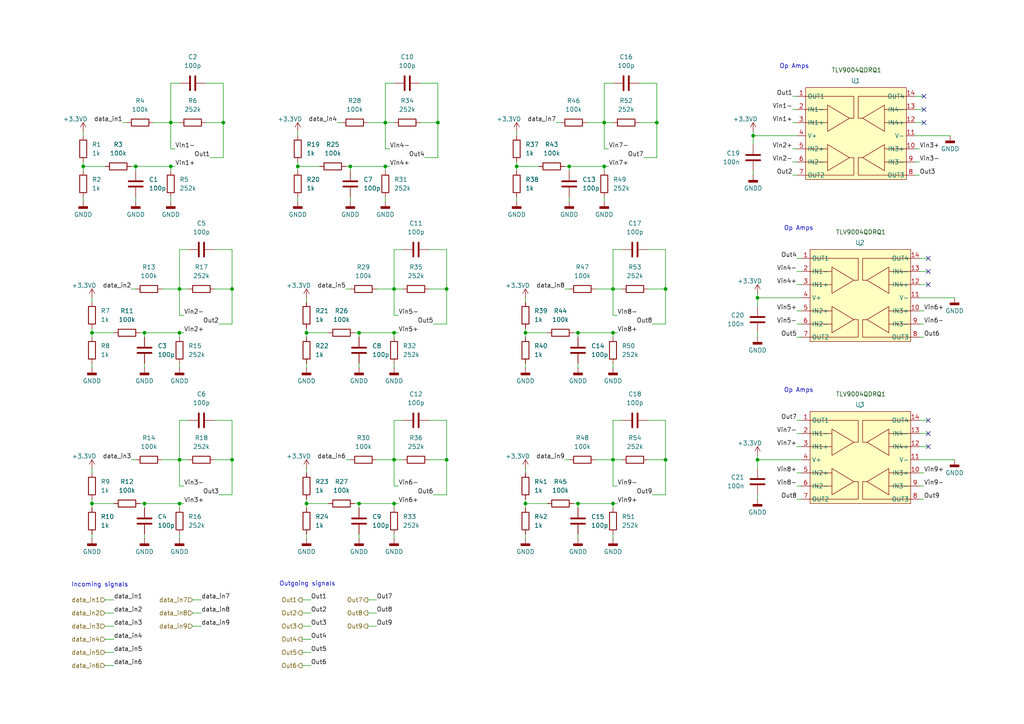
<source format=kicad_sch>
(kicad_sch (version 20231120) (generator "eeschema") (generator_version "8.0")
  (paper "A4")
  (junction (at 67.31 133.35))
  (junction (at 26.67 146.05))
  (junction (at 177.8 146.05))
  (junction (at 24.13 48.26))
  (junction (at 41.91 146.05))
  (junction (at 67.31 83.82))
  (junction (at 152.4 96.52))
  (junction (at 49.53 35.56))
  (junction (at 101.6 48.26))
  (junction (at 190.5 35.56))
  (junction (at 64.77 35.56))
  (junction (at 127 35.56))
  (junction (at 219.71 133.35))
  (junction (at 88.9 96.52))
  (junction (at 49.53 48.26))
  (junction (at 175.26 48.26))
  (junction (at 218.44 39.37))
  (junction (at 177.8 96.52))
  (junction (at 193.04 133.35))
  (junction (at 114.3 83.82))
  (junction (at 111.76 35.56))
  (junction (at 219.71 86.36))
  (junction (at 26.67 96.52))
  (junction (at 114.3 133.35))
  (junction (at 149.86 48.26))
  (junction (at 86.36 48.26))
  (junction (at 167.64 146.05))
  (junction (at 129.54 133.35))
  (junction (at 152.4 146.05))
  (junction (at 177.8 133.35))
  (junction (at 193.04 83.82))
  (junction (at 104.14 96.52))
  (junction (at 39.37 48.26))
  (junction (at 52.07 146.05))
  (junction (at 104.14 146.05))
  (junction (at 114.3 96.52))
  (junction (at 52.07 83.82))
  (junction (at 88.9 146.05))
  (junction (at 165.1 48.26))
  (junction (at 52.07 96.52))
  (junction (at 114.3 146.05))
  (junction (at 175.26 35.56))
  (junction (at 111.76 48.26))
  (junction (at 41.91 96.52))
  (junction (at 177.8 83.82))
  (junction (at 167.64 96.52))
  (junction (at 129.54 83.82))
  (junction (at 52.07 133.35))
  (no_connect (at 269.24 74.93))
  (no_connect (at 269.24 121.92))
  (no_connect (at 267.97 31.75))
  (no_connect (at 267.97 35.56))
  (no_connect (at 267.97 27.94))
  (no_connect (at 269.24 129.54))
  (no_connect (at 269.24 78.74))
  (no_connect (at 269.24 125.73))
  (no_connect (at 269.24 82.55))
  (wire (pts (xy 26.67 146.05) (xy 33.02 146.05)))
  (wire (pts (xy 100.33 83.82) (xy 101.6 83.82)))
  (wire (pts (xy 231.14 144.78) (xy 232.41 144.78)))
  (wire (pts (xy 52.07 91.44) (xy 53.34 91.44)))
  (wire (pts (xy 177.8 83.82) (xy 180.34 83.82)))
  (wire (pts (xy 152.4 95.25) (xy 152.4 96.52)))
  (wire (pts (xy 24.13 57.15) (xy 24.13 58.42)))
  (wire (pts (xy 88.9 146.05) (xy 95.25 146.05)))
  (wire (pts (xy 163.83 48.26) (xy 165.1 48.26)))
  (wire (pts (xy 87.63 193.04) (xy 90.17 193.04)))
  (wire (pts (xy 49.53 48.26) (xy 50.8 48.26)))
  (wire (pts (xy 167.64 154.94) (xy 167.64 156.21)))
  (wire (pts (xy 52.07 83.82) (xy 52.07 91.44)))
  (wire (pts (xy 86.36 57.15) (xy 86.36 58.42)))
  (wire (pts (xy 231.14 129.54) (xy 232.41 129.54)))
  (wire (pts (xy 265.43 50.8) (xy 266.7 50.8)))
  (wire (pts (xy 266.7 90.17) (xy 267.97 90.17)))
  (wire (pts (xy 193.04 121.92) (xy 193.04 133.35)))
  (wire (pts (xy 67.31 83.82) (xy 62.23 83.82)))
  (wire (pts (xy 149.86 48.26) (xy 156.21 48.26)))
  (wire (pts (xy 30.48 173.99) (xy 33.02 173.99)))
  (wire (pts (xy 49.53 48.26) (xy 49.53 49.53)))
  (wire (pts (xy 266.7 97.79) (xy 267.97 97.79)))
  (wire (pts (xy 40.64 146.05) (xy 41.91 146.05)))
  (wire (pts (xy 88.9 95.25) (xy 88.9 96.52)))
  (wire (pts (xy 39.37 48.26) (xy 49.53 48.26)))
  (wire (pts (xy 229.87 27.94) (xy 231.14 27.94)))
  (wire (pts (xy 114.3 146.05) (xy 114.3 147.32)))
  (wire (pts (xy 67.31 143.51) (xy 67.31 133.35)))
  (wire (pts (xy 41.91 96.52) (xy 52.07 96.52)))
  (wire (pts (xy 86.36 46.99) (xy 86.36 48.26)))
  (wire (pts (xy 41.91 146.05) (xy 52.07 146.05)))
  (wire (pts (xy 266.7 129.54) (xy 269.24 129.54)))
  (wire (pts (xy 38.1 133.35) (xy 39.37 133.35)))
  (wire (pts (xy 219.71 133.35) (xy 219.71 135.89)))
  (wire (pts (xy 193.04 133.35) (xy 187.96 133.35)))
  (wire (pts (xy 104.14 96.52) (xy 114.3 96.52)))
  (wire (pts (xy 30.48 181.61) (xy 33.02 181.61)))
  (wire (pts (xy 229.87 43.18) (xy 231.14 43.18)))
  (wire (pts (xy 229.87 35.56) (xy 231.14 35.56)))
  (wire (pts (xy 104.14 146.05) (xy 114.3 146.05)))
  (wire (pts (xy 24.13 46.99) (xy 24.13 48.26)))
  (wire (pts (xy 232.41 133.35) (xy 219.71 133.35)))
  (wire (pts (xy 111.76 35.56) (xy 111.76 43.18)))
  (wire (pts (xy 114.3 91.44) (xy 115.57 91.44)))
  (wire (pts (xy 231.14 39.37) (xy 218.44 39.37)))
  (wire (pts (xy 41.91 96.52) (xy 41.91 97.79)))
  (wire (pts (xy 177.8 96.52) (xy 177.8 97.79)))
  (wire (pts (xy 52.07 96.52) (xy 53.34 96.52)))
  (wire (pts (xy 116.84 121.92) (xy 114.3 121.92)))
  (wire (pts (xy 229.87 50.8) (xy 231.14 50.8)))
  (wire (pts (xy 114.3 105.41) (xy 114.3 106.68)))
  (wire (pts (xy 149.86 57.15) (xy 149.86 58.42)))
  (wire (pts (xy 266.7 137.16) (xy 267.97 137.16)))
  (wire (pts (xy 187.96 72.39) (xy 193.04 72.39)))
  (wire (pts (xy 114.3 140.97) (xy 115.57 140.97)))
  (wire (pts (xy 125.73 143.51) (xy 129.54 143.51)))
  (wire (pts (xy 229.87 46.99) (xy 231.14 46.99)))
  (wire (pts (xy 219.71 143.51) (xy 219.71 144.78)))
  (wire (pts (xy 41.91 105.41) (xy 41.91 106.68)))
  (wire (pts (xy 152.4 86.36) (xy 152.4 87.63)))
  (wire (pts (xy 67.31 72.39) (xy 67.31 83.82)))
  (wire (pts (xy 175.26 48.26) (xy 176.53 48.26)))
  (wire (pts (xy 26.67 96.52) (xy 26.67 97.79)))
  (wire (pts (xy 52.07 105.41) (xy 52.07 106.68)))
  (wire (pts (xy 38.1 48.26) (xy 39.37 48.26)))
  (wire (pts (xy 26.67 96.52) (xy 33.02 96.52)))
  (wire (pts (xy 232.41 86.36) (xy 219.71 86.36)))
  (wire (pts (xy 165.1 48.26) (xy 165.1 49.53)))
  (wire (pts (xy 167.64 96.52) (xy 167.64 97.79)))
  (wire (pts (xy 266.7 74.93) (xy 269.24 74.93)))
  (wire (pts (xy 177.8 121.92) (xy 177.8 133.35)))
  (wire (pts (xy 46.99 133.35) (xy 52.07 133.35)))
  (wire (pts (xy 26.67 105.41) (xy 26.67 106.68)))
  (wire (pts (xy 129.54 133.35) (xy 124.46 133.35)))
  (wire (pts (xy 41.91 154.94) (xy 41.91 156.21)))
  (wire (pts (xy 152.4 144.78) (xy 152.4 146.05)))
  (wire (pts (xy 24.13 48.26) (xy 24.13 49.53)))
  (wire (pts (xy 161.29 35.56) (xy 162.56 35.56)))
  (wire (pts (xy 125.73 93.98) (xy 129.54 93.98)))
  (wire (pts (xy 52.07 154.94) (xy 52.07 156.21)))
  (wire (pts (xy 185.42 24.13) (xy 190.5 24.13)))
  (wire (pts (xy 64.77 35.56) (xy 59.69 35.56)))
  (wire (pts (xy 114.3 154.94) (xy 114.3 156.21)))
  (wire (pts (xy 49.53 35.56) (xy 49.53 43.18)))
  (wire (pts (xy 104.14 105.41) (xy 104.14 106.68)))
  (wire (pts (xy 52.07 121.92) (xy 52.07 133.35)))
  (wire (pts (xy 266.7 121.92) (xy 269.24 121.92)))
  (wire (pts (xy 231.14 74.93) (xy 232.41 74.93)))
  (wire (pts (xy 165.1 48.26) (xy 175.26 48.26)))
  (wire (pts (xy 231.14 90.17) (xy 232.41 90.17)))
  (wire (pts (xy 193.04 93.98) (xy 193.04 83.82)))
  (wire (pts (xy 129.54 121.92) (xy 129.54 133.35)))
  (wire (pts (xy 63.5 143.51) (xy 67.31 143.51)))
  (wire (pts (xy 129.54 83.82) (xy 124.46 83.82)))
  (wire (pts (xy 62.23 72.39) (xy 67.31 72.39)))
  (wire (pts (xy 177.8 146.05) (xy 177.8 147.32)))
  (wire (pts (xy 101.6 48.26) (xy 101.6 49.53)))
  (wire (pts (xy 102.87 96.52) (xy 104.14 96.52)))
  (wire (pts (xy 104.14 154.94) (xy 104.14 156.21)))
  (wire (pts (xy 189.23 143.51) (xy 193.04 143.51)))
  (wire (pts (xy 64.77 24.13) (xy 64.77 35.56)))
  (wire (pts (xy 24.13 48.26) (xy 30.48 48.26)))
  (wire (pts (xy 167.64 146.05) (xy 177.8 146.05)))
  (wire (pts (xy 152.4 105.41) (xy 152.4 106.68)))
  (wire (pts (xy 114.3 83.82) (xy 114.3 91.44)))
  (wire (pts (xy 219.71 86.36) (xy 219.71 88.9)))
  (wire (pts (xy 121.92 24.13) (xy 127 24.13)))
  (wire (pts (xy 52.07 24.13) (xy 49.53 24.13)))
  (wire (pts (xy 101.6 48.26) (xy 111.76 48.26)))
  (wire (pts (xy 127 45.72) (xy 127 35.56)))
  (wire (pts (xy 175.26 43.18) (xy 176.53 43.18)))
  (wire (pts (xy 111.76 43.18) (xy 113.03 43.18)))
  (wire (pts (xy 190.5 45.72) (xy 190.5 35.56)))
  (wire (pts (xy 111.76 35.56) (xy 114.3 35.56)))
  (wire (pts (xy 175.26 35.56) (xy 175.26 43.18)))
  (wire (pts (xy 149.86 46.99) (xy 149.86 48.26)))
  (wire (pts (xy 97.79 35.56) (xy 99.06 35.56)))
  (wire (pts (xy 111.76 48.26) (xy 113.03 48.26)))
  (wire (pts (xy 114.3 83.82) (xy 116.84 83.82)))
  (wire (pts (xy 39.37 48.26) (xy 39.37 49.53)))
  (wire (pts (xy 100.33 133.35) (xy 101.6 133.35)))
  (wire (pts (xy 106.68 173.99) (xy 109.22 173.99)))
  (wire (pts (xy 114.3 72.39) (xy 114.3 83.82)))
  (wire (pts (xy 266.7 82.55) (xy 269.24 82.55)))
  (wire (pts (xy 193.04 143.51) (xy 193.04 133.35)))
  (wire (pts (xy 165.1 57.15) (xy 165.1 58.42)))
  (wire (pts (xy 86.36 48.26) (xy 92.71 48.26)))
  (wire (pts (xy 166.37 96.52) (xy 167.64 96.52)))
  (wire (pts (xy 152.4 135.89) (xy 152.4 137.16)))
  (wire (pts (xy 55.88 173.99) (xy 58.42 173.99)))
  (wire (pts (xy 54.61 121.92) (xy 52.07 121.92)))
  (wire (pts (xy 193.04 83.82) (xy 187.96 83.82)))
  (wire (pts (xy 219.71 86.36) (xy 219.71 85.09)))
  (wire (pts (xy 52.07 83.82) (xy 54.61 83.82)))
  (wire (pts (xy 87.63 173.99) (xy 90.17 173.99)))
  (wire (pts (xy 67.31 121.92) (xy 67.31 133.35)))
  (wire (pts (xy 129.54 72.39) (xy 129.54 83.82)))
  (wire (pts (xy 219.71 96.52) (xy 219.71 97.79)))
  (wire (pts (xy 49.53 24.13) (xy 49.53 35.56)))
  (wire (pts (xy 187.96 121.92) (xy 193.04 121.92)))
  (wire (pts (xy 111.76 24.13) (xy 111.76 35.56)))
  (wire (pts (xy 104.14 146.05) (xy 104.14 147.32)))
  (wire (pts (xy 175.26 24.13) (xy 175.26 35.56)))
  (wire (pts (xy 41.91 146.05) (xy 41.91 147.32)))
  (wire (pts (xy 116.84 72.39) (xy 114.3 72.39)))
  (wire (pts (xy 52.07 140.97) (xy 53.34 140.97)))
  (wire (pts (xy 177.8 105.41) (xy 177.8 106.68)))
  (wire (pts (xy 114.3 133.35) (xy 114.3 140.97)))
  (wire (pts (xy 88.9 144.78) (xy 88.9 146.05)))
  (wire (pts (xy 52.07 72.39) (xy 52.07 83.82)))
  (wire (pts (xy 104.14 96.52) (xy 104.14 97.79)))
  (wire (pts (xy 177.8 83.82) (xy 177.8 91.44)))
  (wire (pts (xy 88.9 86.36) (xy 88.9 87.63)))
  (wire (pts (xy 26.67 154.94) (xy 26.67 156.21)))
  (wire (pts (xy 175.26 57.15) (xy 175.26 58.42)))
  (wire (pts (xy 87.63 181.61) (xy 90.17 181.61)))
  (wire (pts (xy 265.43 35.56) (xy 267.97 35.56)))
  (wire (pts (xy 149.86 48.26) (xy 149.86 49.53)))
  (wire (pts (xy 44.45 35.56) (xy 49.53 35.56)))
  (wire (pts (xy 63.5 93.98) (xy 67.31 93.98)))
  (wire (pts (xy 167.64 146.05) (xy 167.64 147.32)))
  (wire (pts (xy 59.69 24.13) (xy 64.77 24.13)))
  (wire (pts (xy 109.22 133.35) (xy 114.3 133.35)))
  (wire (pts (xy 163.83 83.82) (xy 165.1 83.82)))
  (wire (pts (xy 167.64 105.41) (xy 167.64 106.68)))
  (wire (pts (xy 111.76 57.15) (xy 111.76 58.42)))
  (wire (pts (xy 52.07 133.35) (xy 54.61 133.35)))
  (wire (pts (xy 152.4 154.94) (xy 152.4 156.21)))
  (wire (pts (xy 88.9 105.41) (xy 88.9 106.68)))
  (wire (pts (xy 177.8 24.13) (xy 175.26 24.13)))
  (wire (pts (xy 106.68 35.56) (xy 111.76 35.56)))
  (wire (pts (xy 186.69 45.72) (xy 190.5 45.72)))
  (wire (pts (xy 54.61 72.39) (xy 52.07 72.39)))
  (wire (pts (xy 231.14 121.92) (xy 232.41 121.92)))
  (wire (pts (xy 88.9 146.05) (xy 88.9 147.32)))
  (wire (pts (xy 26.67 144.78) (xy 26.67 146.05)))
  (wire (pts (xy 231.14 97.79) (xy 232.41 97.79)))
  (wire (pts (xy 114.3 96.52) (xy 115.57 96.52)))
  (wire (pts (xy 55.88 177.8) (xy 58.42 177.8)))
  (wire (pts (xy 218.44 39.37) (xy 218.44 38.1)))
  (wire (pts (xy 190.5 24.13) (xy 190.5 35.56)))
  (wire (pts (xy 114.3 121.92) (xy 114.3 133.35)))
  (wire (pts (xy 193.04 72.39) (xy 193.04 83.82)))
  (wire (pts (xy 52.07 146.05) (xy 53.34 146.05)))
  (wire (pts (xy 30.48 177.8) (xy 33.02 177.8)))
  (wire (pts (xy 39.37 57.15) (xy 39.37 58.42)))
  (wire (pts (xy 231.14 125.73) (xy 232.41 125.73)))
  (wire (pts (xy 170.18 35.56) (xy 175.26 35.56)))
  (wire (pts (xy 123.19 45.72) (xy 127 45.72)))
  (wire (pts (xy 64.77 45.72) (xy 64.77 35.56)))
  (wire (pts (xy 163.83 133.35) (xy 165.1 133.35)))
  (wire (pts (xy 189.23 93.98) (xy 193.04 93.98)))
  (wire (pts (xy 180.34 121.92) (xy 177.8 121.92)))
  (wire (pts (xy 86.36 38.1) (xy 86.36 39.37)))
  (wire (pts (xy 88.9 96.52) (xy 88.9 97.79)))
  (wire (pts (xy 106.68 177.8) (xy 109.22 177.8)))
  (wire (pts (xy 265.43 46.99) (xy 266.7 46.99)))
  (wire (pts (xy 67.31 93.98) (xy 67.31 83.82)))
  (wire (pts (xy 111.76 48.26) (xy 111.76 49.53)))
  (wire (pts (xy 177.8 133.35) (xy 177.8 140.97)))
  (wire (pts (xy 49.53 57.15) (xy 49.53 58.42)))
  (wire (pts (xy 88.9 135.89) (xy 88.9 137.16)))
  (wire (pts (xy 114.3 96.52) (xy 114.3 97.79)))
  (wire (pts (xy 88.9 96.52) (xy 95.25 96.52)))
  (wire (pts (xy 175.26 35.56) (xy 177.8 35.56)))
  (wire (pts (xy 24.13 38.1) (xy 24.13 39.37)))
  (wire (pts (xy 30.48 193.04) (xy 33.02 193.04)))
  (wire (pts (xy 127 24.13) (xy 127 35.56)))
  (wire (pts (xy 60.96 45.72) (xy 64.77 45.72)))
  (wire (pts (xy 102.87 146.05) (xy 104.14 146.05)))
  (wire (pts (xy 67.31 133.35) (xy 62.23 133.35)))
  (wire (pts (xy 172.72 133.35) (xy 177.8 133.35)))
  (wire (pts (xy 49.53 43.18) (xy 50.8 43.18)))
  (wire (pts (xy 266.7 78.74) (xy 269.24 78.74)))
  (wire (pts (xy 266.7 144.78) (xy 267.97 144.78)))
  (wire (pts (xy 231.14 140.97) (xy 232.41 140.97)))
  (wire (pts (xy 190.5 35.56) (xy 185.42 35.56)))
  (wire (pts (xy 177.8 154.94) (xy 177.8 156.21)))
  (wire (pts (xy 114.3 133.35) (xy 116.84 133.35)))
  (wire (pts (xy 52.07 96.52) (xy 52.07 97.79)))
  (wire (pts (xy 26.67 146.05) (xy 26.67 147.32)))
  (wire (pts (xy 266.7 133.35) (xy 276.86 133.35)))
  (wire (pts (xy 129.54 143.51) (xy 129.54 133.35)))
  (wire (pts (xy 175.26 48.26) (xy 175.26 49.53)))
  (wire (pts (xy 26.67 95.25) (xy 26.67 96.52)))
  (wire (pts (xy 180.34 72.39) (xy 177.8 72.39)))
  (wire (pts (xy 52.07 146.05) (xy 52.07 147.32)))
  (wire (pts (xy 265.43 43.18) (xy 266.7 43.18)))
  (wire (pts (xy 177.8 140.97) (xy 179.07 140.97)))
  (wire (pts (xy 231.14 137.16) (xy 232.41 137.16)))
  (wire (pts (xy 55.88 181.61) (xy 58.42 181.61)))
  (wire (pts (xy 177.8 133.35) (xy 180.34 133.35)))
  (wire (pts (xy 266.7 125.73) (xy 269.24 125.73)))
  (wire (pts (xy 218.44 49.53) (xy 218.44 50.8)))
  (wire (pts (xy 26.67 135.89) (xy 26.67 137.16)))
  (wire (pts (xy 30.48 189.23) (xy 33.02 189.23)))
  (wire (pts (xy 167.64 96.52) (xy 177.8 96.52)))
  (wire (pts (xy 26.67 86.36) (xy 26.67 87.63)))
  (wire (pts (xy 177.8 96.52) (xy 179.07 96.52)))
  (wire (pts (xy 38.1 83.82) (xy 39.37 83.82)))
  (wire (pts (xy 152.4 96.52) (xy 152.4 97.79)))
  (wire (pts (xy 124.46 121.92) (xy 129.54 121.92)))
  (wire (pts (xy 177.8 72.39) (xy 177.8 83.82)))
  (wire (pts (xy 35.56 35.56) (xy 36.83 35.56)))
  (wire (pts (xy 219.71 133.35) (xy 219.71 132.08)))
  (wire (pts (xy 109.22 83.82) (xy 114.3 83.82)))
  (wire (pts (xy 152.4 96.52) (xy 158.75 96.52)))
  (wire (pts (xy 87.63 185.42) (xy 90.17 185.42)))
  (wire (pts (xy 152.4 146.05) (xy 158.75 146.05)))
  (wire (pts (xy 172.72 83.82) (xy 177.8 83.82)))
  (wire (pts (xy 87.63 177.8) (xy 90.17 177.8)))
  (wire (pts (xy 231.14 78.74) (xy 232.41 78.74)))
  (wire (pts (xy 101.6 57.15) (xy 101.6 58.42)))
  (wire (pts (xy 129.54 93.98) (xy 129.54 83.82)))
  (wire (pts (xy 40.64 96.52) (xy 41.91 96.52)))
  (wire (pts (xy 166.37 146.05) (xy 167.64 146.05)))
  (wire (pts (xy 114.3 146.05) (xy 115.57 146.05)))
  (wire (pts (xy 100.33 48.26) (xy 101.6 48.26)))
  (wire (pts (xy 266.7 86.36) (xy 276.86 86.36)))
  (wire (pts (xy 265.43 27.94) (xy 267.97 27.94)))
  (wire (pts (xy 46.99 83.82) (xy 52.07 83.82)))
  (wire (pts (xy 106.68 181.61) (xy 109.22 181.61)))
  (wire (pts (xy 265.43 31.75) (xy 267.97 31.75)))
  (wire (pts (xy 152.4 146.05) (xy 152.4 147.32)))
  (wire (pts (xy 124.46 72.39) (xy 129.54 72.39)))
  (wire (pts (xy 127 35.56) (xy 121.92 35.56)))
  (wire (pts (xy 86.36 48.26) (xy 86.36 49.53)))
  (wire (pts (xy 52.07 133.35) (xy 52.07 140.97)))
  (wire (pts (xy 88.9 154.94) (xy 88.9 156.21)))
  (wire (pts (xy 62.23 121.92) (xy 67.31 121.92)))
  (wire (pts (xy 177.8 146.05) (xy 179.07 146.05)))
  (wire (pts (xy 87.63 189.23) (xy 90.17 189.23)))
  (wire (pts (xy 30.48 185.42) (xy 33.02 185.42)))
  (wire (pts (xy 114.3 24.13) (xy 111.76 24.13)))
  (wire (pts (xy 49.53 35.56) (xy 52.07 35.56)))
  (wire (pts (xy 231.14 93.98) (xy 232.41 93.98)))
  (wire (pts (xy 149.86 38.1) (xy 149.86 39.37)))
  (wire (pts (xy 266.7 140.97) (xy 267.97 140.97)))
  (wire (pts (xy 266.7 93.98) (xy 267.97 93.98)))
  (wire (pts (xy 177.8 91.44) (xy 179.07 91.44)))
  (wire (pts (xy 229.87 31.75) (xy 231.14 31.75)))
  (wire (pts (xy 218.44 39.37) (xy 218.44 41.91)))
  (wire (pts (xy 265.43 39.37) (xy 275.59 39.37)))
  (wire (pts (xy 231.14 82.55) (xy 232.41 82.55)))
  (text "Op Amps\n" (at 231.648 113.284 0) (effects (font (size 1.27 1.27))))
  (text "TLV9004QDRQ1" (at 248.412 20.574 0) (effects (font (size 1.27 1.27))))
  (text "TLV9004QDRQ1" (at 249.682 67.564 0) (effects (font (size 1.27 1.27))))
  (text "Outgoing signals" (at 89.154 169.418 0) (effects (font (size 1.27 1.27))))
  (text "TLV9004QDRQ1" (at 249.682 114.554 0) (effects (font (size 1.27 1.27))))
  (text "Op Amps\n" (at 231.648 66.294 0) (effects (font (size 1.27 1.27))))
  (text "Incoming signals" (at 28.956 169.672 0) (effects (font (size 1.27 1.27))))
  (text "Op Amps\n" (at 230.378 19.304 0) (effects (font (size 1.27 1.27))))
  (label "data_in4" (at 97.79 35.56 180))
  (label "Out1" (at 60.96 45.72 180))
  (label "Vin8-" (at 179.07 91.44 0))
  (label "Out9" (at 267.97 144.78 0))
  (label "Vin1+" (at 229.87 35.56 180))
  (label "Vin3+" (at 266.7 43.18 0))
  (label "Vin4+" (at 231.14 82.55 180))
  (label "Vin1-" (at 229.87 31.75 180))
  (label "Out3" (at 63.5 143.51 180))
  (label "Vin2-" (at 229.87 46.99 180))
  (label "Vin6-" (at 115.57 140.97 0))
  (label "Out3" (at 266.7 50.8 0))
  (label "Out7" (at 109.22 173.99 0))
  (label "data_in4" (at 33.02 185.42 0))
  (label "Vin2+" (at 229.87 43.18 180))
  (label "Out2" (at 90.17 177.8 0))
  (label "Vin7-" (at 176.53 43.18 0))
  (label "Vin6+" (at 267.97 90.17 0))
  (label "Vin4+" (at 113.03 48.26 0))
  (label "Vin5-" (at 231.14 93.98 180))
  (label "Out1" (at 90.17 173.99 0))
  (label "Vin6-" (at 267.97 93.98 0))
  (label "Out7" (at 231.14 121.92 180))
  (label "Out4" (at 123.19 45.72 180))
  (label "data_in8" (at 163.83 83.82 180))
  (label "data_in3" (at 33.02 181.61 0))
  (label "Vin4-" (at 113.03 43.18 0))
  (label "Out8" (at 109.22 177.8 0))
  (label "Vin1-" (at 50.8 43.18 0))
  (label "data_in7" (at 161.29 35.56 180))
  (label "Vin6+" (at 115.57 146.05 0))
  (label "Vin8-" (at 231.14 140.97 180))
  (label "Out5" (at 90.17 189.23 0))
  (label "data_in7" (at 58.42 173.99 0))
  (label "Out6" (at 267.97 97.79 0))
  (label "Out5" (at 125.73 93.98 180))
  (label "Out9" (at 189.23 143.51 180))
  (label "data_in1" (at 33.02 173.99 0))
  (label "Vin8+" (at 179.07 96.52 0))
  (label "data_in3" (at 38.1 133.35 180))
  (label "Vin3-" (at 53.34 140.97 0))
  (label "data_in5" (at 33.02 189.23 0))
  (label "data_in6" (at 100.33 133.35 180))
  (label "Vin9-" (at 267.97 140.97 0))
  (label "Out8" (at 189.23 93.98 180))
  (label "Out3" (at 90.17 181.61 0))
  (label "Vin5-" (at 115.57 91.44 0))
  (label "Out9" (at 109.22 181.61 0))
  (label "Vin5+" (at 115.57 96.52 0))
  (label "Vin8+" (at 231.14 137.16 180))
  (label "data_in2" (at 33.02 177.8 0))
  (label "Vin7-" (at 231.14 125.73 180))
  (label "Vin9+" (at 267.97 137.16 0))
  (label "Vin2-" (at 53.34 91.44 0))
  (label "Out4" (at 90.17 185.42 0))
  (label "data_in6" (at 33.02 193.04 0))
  (label "Vin5+" (at 231.14 90.17 180))
  (label "data_in9" (at 58.42 181.61 0))
  (label "Out6" (at 125.73 143.51 180))
  (label "Out1" (at 229.87 27.94 180))
  (label "Vin9-" (at 179.07 140.97 0))
  (label "Out5" (at 231.14 97.79 180))
  (label "data_in9" (at 163.83 133.35 180))
  (label "Vin4-" (at 231.14 78.74 180))
  (label "data_in5" (at 100.33 83.82 180))
  (label "Out2" (at 229.87 50.8 180))
  (label "Vin2+" (at 53.34 96.52 0))
  (label "Vin3-" (at 266.7 46.99 0))
  (label "Vin9+" (at 179.07 146.05 0))
  (label "Vin7+" (at 176.53 48.26 0))
  (label "data_in2" (at 38.1 83.82 180))
  (label "Out7" (at 186.69 45.72 180))
  (label "Vin1+" (at 50.8 48.26 0))
  (label "Vin3+" (at 53.34 146.05 0))
  (label "Out2" (at 63.5 93.98 180))
  (label "Out8" (at 231.14 144.78 180))
  (label "Vin7+" (at 231.14 129.54 180))
  (label "Out4" (at 231.14 74.93 180))
  (label "Out6" (at 90.17 193.04 0))
  (label "data_in1" (at 35.56 35.56 180))
  (label "data_in8" (at 58.42 177.8 0))
  (hierarchical_label "Out9" (shape output) (at 106.68 181.61 180))
  (hierarchical_label "data_in5" (shape input) (at 30.48 189.23 180))
  (hierarchical_label "Out2" (shape output) (at 87.63 177.8 180))
  (hierarchical_label "data_in6" (shape input) (at 30.48 193.04 180))
  (hierarchical_label "Out8" (shape output) (at 106.68 177.8 180))
  (hierarchical_label "data_in1" (shape input) (at 30.48 173.99 180))
  (hierarchical_label "data_in8" (shape input) (at 55.88 177.8 180))
  (hierarchical_label "data_in3" (shape input) (at 30.48 181.61 180))
  (hierarchical_label "data_in2" (shape input) (at 30.48 177.8 180))
  (hierarchical_label "Out1" (shape output) (at 87.63 173.99 180))
  (hierarchical_label "Out6" (shape output) (at 87.63 193.04 180))
  (hierarchical_label "data_in4" (shape input) (at 30.48 185.42 180))
  (hierarchical_label "Out5" (shape output) (at 87.63 189.23 180))
  (hierarchical_label "Out7" (shape output) (at 106.68 173.99 180))
  (hierarchical_label "Out3" (shape output) (at 87.63 181.61 180))
  (hierarchical_label "data_in7" (shape input) (at 55.88 173.99 180))
  (hierarchical_label "data_in9" (shape input) (at 55.88 181.61 180))
  (hierarchical_label "Out4" (shape output) (at 87.63 185.42 180))
  (symbol (lib_id "power:GNDD") (at 218.44 50.8 0) (unit 1)
    (property "Reference" "#PWR038" (effects (hide yes)))
    (property "Value" "GNDD" (at 218.44 54.61 0))
    (property "Description" "Power symbol creates a global label with name \"GNDD\" , digital ground" (effects (hide yes)))
  )
  (symbol (lib_id "power:GNDD") (at 41.91 106.68 0) (unit 1)
    (property "Reference" "#PWR09" (effects (hide yes)))
    (property "Value" "GNDD" (at 41.91 110.49 0))
    (property "Description" "Power symbol creates a global label with name \"GNDD\" , digital ground" (effects (hide yes)))
  )
  (symbol (lib_id "Device:R") (at 55.88 35.56 90) (unit 1)
    (property "Reference" "R6" (at 55.88 29.21 90))
    (property "Value" "252k" (at 55.88 31.75 90))
    (property "Footprint" "Resistor_SMD:R_0603_1608Metric_Pad0.98x0.95mm_HandSolder" (effects (hide yes)))
    (property "Description" "Resistor" (effects (hide yes)))
  )
  (symbol (lib_id "Device:R") (at 24.13 43.18 0) (unit 1)
    (property "Reference" "R1" (at 26.67 41.9099 0) (effects (justify left)))
    (property "Value" "1k" (at 26.67 44.4499 0) (effects (justify left)))
    (property "Footprint" "Resistor_SMD:R_0603_1608Metric_Pad0.98x0.95mm_HandSolder" (effects (hide yes)))
    (property "Description" "Resistor" (effects (hide yes)))
  )
  (symbol (lib_id "Device:R") (at 26.67 151.13 0) (unit 1)
    (property "Reference" "R10" (at 29.21 149.8599 0) (effects (justify left)))
    (property "Value" "1k" (at 29.21 152.3999 0) (effects (justify left)))
    (property "Footprint" "Resistor_SMD:R_0603_1608Metric_Pad0.98x0.95mm_HandSolder" (effects (hide yes)))
    (property "Description" "Resistor" (effects (hide yes)))
  )
  (symbol (lib_id "Device:C") (at 184.15 72.39 270) (unit 1)
    (property "Reference" "C17" (at 184.15 64.77 90))
    (property "Value" "100p" (at 184.15 67.31 90))
    (property "Footprint" "Capacitor_SMD:C_0603_1608Metric_Pad1.08x0.95mm_HandSolder" (effects (hide yes)))
    (property "Description" "Unpolarized capacitor" (effects (hide yes)))
  )
  (symbol (lib_id "Device:C") (at 41.91 151.13 180) (unit 1)
    (property "Reference" "C4" (at 45.72 149.8599 0) (effects (justify right)))
    (property "Value" "100p" (at 45.72 152.3999 0) (effects (justify right)))
    (property "Footprint" "Capacitor_SMD:C_0603_1608Metric_Pad1.08x0.95mm_HandSolder" (effects (hide yes)))
    (property "Description" "Unpolarized capacitor" (effects (hide yes)))
  )
  (symbol (lib_name "+3.3V_1") (lib_id "power:+3.3V") (at 219.71 132.08 0) (unit 1)
    (property "Reference" "#PWR043" (effects (hide yes)))
    (property "Value" "+3.3VD" (at 217.424 128.524 0))
    (property "Description" "Power symbol creates a global label with name \"+3.3V\"" (effects (hide yes)))
  )
  (symbol (lib_id "Device:R") (at 49.53 53.34 0) (unit 1)
    (property "Reference" "R5" (at 52.07 52.0699 0) (effects (justify left)))
    (property "Value" "252k" (at 52.07 54.6099 0) (effects (justify left)))
    (property "Footprint" "Resistor_SMD:R_0603_1608Metric_Pad0.98x0.95mm_HandSolder" (effects (hide yes)))
    (property "Description" "Resistor" (effects (hide yes)))
  )
  (symbol (lib_id "power:GNDD") (at 104.14 106.68 0) (unit 1)
    (property "Reference" "#PWR020" (effects (hide yes)))
    (property "Value" "GNDD" (at 104.14 110.49 0))
    (property "Description" "Power symbol creates a global label with name \"GNDD\" , digital ground" (effects (hide yes)))
  )
  (symbol (lib_id "power:GNDD") (at 104.14 156.21 0) (unit 1)
    (property "Reference" "#PWR021" (effects (hide yes)))
    (property "Value" "GNDD" (at 104.14 160.02 0))
    (property "Description" "Power symbol creates a global label with name \"GNDD\" , digital ground" (effects (hide yes)))
  )
  (symbol (lib_id "Device:R") (at 26.67 91.44 0) (unit 1)
    (property "Reference" "R7" (at 29.21 90.1699 0) (effects (justify left)))
    (property "Value" "1k" (at 29.21 92.7099 0) (effects (justify left)))
    (property "Footprint" "Resistor_SMD:R_0603_1608Metric_Pad0.98x0.95mm_HandSolder" (effects (hide yes)))
    (property "Description" "Resistor" (effects (hide yes)))
  )
  (symbol (lib_id "Device:C") (at 58.42 72.39 270) (unit 1)
    (property "Reference" "C5" (at 58.42 64.77 90))
    (property "Value" "100p" (at 58.42 67.31 90))
    (property "Footprint" "Capacitor_SMD:C_0603_1608Metric_Pad1.08x0.95mm_HandSolder" (effects (hide yes)))
    (property "Description" "Unpolarized capacitor" (effects (hide yes)))
  )
  (symbol (lib_id "power:GNDD") (at 111.76 58.42 0) (unit 1)
    (property "Reference" "#PWR022" (effects (hide yes)))
    (property "Value" "GNDD" (at 111.76 62.23 0))
    (property "Description" "Power symbol creates a global label with name \"GNDD\" , digital ground" (effects (hide yes)))
  )
  (symbol (lib_id "Device:R") (at 105.41 133.35 270) (unit 1)
    (property "Reference" "R30" (at 105.41 127 90))
    (property "Value" "100k" (at 105.41 129.54 90))
    (property "Footprint" "Resistor_SMD:R_0603_1608Metric_Pad0.98x0.95mm_HandSolder" (effects (hide yes)))
    (property "Description" "Resistor" (effects (hide yes)))
  )
  (symbol (lib_id "Device:R") (at 43.18 83.82 270) (unit 1)
    (property "Reference" "R13" (at 43.18 77.47 90))
    (property "Value" "100k" (at 43.18 80.01 90))
    (property "Footprint" "Resistor_SMD:R_0603_1608Metric_Pad0.98x0.95mm_HandSolder" (effects (hide yes)))
    (property "Description" "Resistor" (effects (hide yes)))
  )
  (symbol (lib_id "Device:R") (at 120.65 83.82 90) (unit 1)
    (property "Reference" "R35" (at 120.65 77.47 90))
    (property "Value" "252k" (at 120.65 80.01 90))
    (property "Footprint" "Resistor_SMD:R_0603_1608Metric_Pad0.98x0.95mm_HandSolder" (effects (hide yes)))
    (property "Description" "Resistor" (effects (hide yes)))
  )
  (symbol (lib_id "Device:R") (at 168.91 83.82 270) (unit 1)
    (property "Reference" "R47" (at 168.91 77.47 90))
    (property "Value" "100k" (at 168.91 80.01 90))
    (property "Footprint" "Resistor_SMD:R_0603_1608Metric_Pad0.98x0.95mm_HandSolder" (effects (hide yes)))
    (property "Description" "Resistor" (effects (hide yes)))
  )
  (symbol (lib_id "Device:R") (at 52.07 151.13 0) (unit 1)
    (property "Reference" "R16" (at 54.61 149.8599 0) (effects (justify left)))
    (property "Value" "252k" (at 54.61 152.3999 0) (effects (justify left)))
    (property "Footprint" "Resistor_SMD:R_0603_1608Metric_Pad0.98x0.95mm_HandSolder" (effects (hide yes)))
    (property "Description" "Resistor" (effects (hide yes)))
  )
  (symbol (lib_id "Device:R") (at 177.8 101.6 0) (unit 1)
    (property "Reference" "R50" (at 180.34 100.3299 0) (effects (justify left)))
    (property "Value" "252k" (at 180.34 102.8699 0) (effects (justify left)))
    (property "Footprint" "Resistor_SMD:R_0603_1608Metric_Pad0.98x0.95mm_HandSolder" (effects (hide yes)))
    (property "Description" "Resistor" (effects (hide yes)))
  )
  (symbol (lib_id "TLV9004:TLV900") (at 248.92 118.11 0) (unit 1)
    (property "Reference" "U3" (at 249.428 117.348 0))
    (property "Value" "~" (at 249.555 118.11 0))
    (property "Footprint" "Package_SO:SOIC-14_3.9x8.7mm_P1.27mm" (effects (hide yes)))
  )
  (symbol (lib_id "Device:R") (at 105.41 83.82 270) (unit 1)
    (property "Reference" "R29" (at 105.41 77.47 90))
    (property "Value" "100k" (at 105.41 80.01 90))
    (property "Footprint" "Resistor_SMD:R_0603_1608Metric_Pad0.98x0.95mm_HandSolder" (effects (hide yes)))
    (property "Description" "Resistor" (effects (hide yes)))
  )
  (symbol (lib_id "Device:C") (at 219.71 139.7 0) (mirror x) (unit 1)
    (property "Reference" "C21" (at 215.9 138.4299 0) (effects (justify right)))
    (property "Value" "100n" (at 215.9 140.9699 0) (effects (justify right)))
    (property "Footprint" "Capacitor_SMD:C_0603_1608Metric_Pad1.08x0.95mm_HandSolder" (effects (hide yes)))
    (property "Description" "Unpolarized capacitor" (effects (hide yes)))
  )
  (symbol (lib_id "Device:R") (at 26.67 101.6 0) (unit 1)
    (property "Reference" "R8" (at 29.21 100.3299 0) (effects (justify left)))
    (property "Value" "1k" (at 29.21 102.8699 0) (effects (justify left)))
    (property "Footprint" "Resistor_SMD:R_0603_1608Metric_Pad0.98x0.95mm_HandSolder" (effects (hide yes)))
    (property "Description" "Resistor" (effects (hide yes)))
  )
  (symbol (lib_id "Device:R") (at 149.86 53.34 0) (unit 1)
    (property "Reference" "R38" (at 152.4 52.0699 0) (effects (justify left)))
    (property "Value" "1k" (at 152.4 54.6099 0) (effects (justify left)))
    (property "Footprint" "Resistor_SMD:R_0603_1608Metric_Pad0.98x0.95mm_HandSolder" (effects (hide yes)))
    (property "Description" "Resistor" (effects (hide yes)))
  )
  (symbol (lib_id "Device:R") (at 120.65 133.35 90) (unit 1)
    (property "Reference" "R36" (at 120.65 127 90))
    (property "Value" "252k" (at 120.65 129.54 90))
    (property "Footprint" "Resistor_SMD:R_0603_1608Metric_Pad0.98x0.95mm_HandSolder" (effects (hide yes)))
    (property "Description" "Resistor" (effects (hide yes)))
  )
  (symbol (lib_name "+3.3V_1") (lib_id "power:+3.3V") (at 149.86 38.1 0) (unit 1)
    (property "Reference" "#PWR025" (effects (hide yes)))
    (property "Value" "+3.3VD" (at 147.574 34.544 0))
    (property "Description" "Power symbol creates a global label with name \"+3.3V\"" (effects (hide yes)))
  )
  (symbol (lib_id "power:GNDD") (at 152.4 156.21 0) (unit 1)
    (property "Reference" "#PWR030" (effects (hide yes)))
    (property "Value" "GNDD" (at 152.4 160.02 0))
    (property "Description" "Power symbol creates a global label with name \"GNDD\" , digital ground" (effects (hide yes)))
  )
  (symbol (lib_id "power:GNDD") (at 165.1 58.42 0) (unit 1)
    (property "Reference" "#PWR031" (effects (hide yes)))
    (property "Value" "GNDD" (at 165.1 62.23 0))
    (property "Description" "Power symbol creates a global label with name \"GNDD\" , digital ground" (effects (hide yes)))
  )
  (symbol (lib_name "+3.3V_1") (lib_id "power:+3.3V") (at 26.67 86.36 0) (unit 1)
    (property "Reference" "#PWR05" (effects (hide yes)))
    (property "Value" "+3.3VD" (at 24.384 82.804 0))
    (property "Description" "Power symbol creates a global label with name \"+3.3V\"" (effects (hide yes)))
  )
  (symbol (lib_name "+3.3V_1") (lib_id "power:+3.3V") (at 88.9 86.36 0) (unit 1)
    (property "Reference" "#PWR015" (effects (hide yes)))
    (property "Value" "+3.3VD" (at 86.614 82.804 0))
    (property "Description" "Power symbol creates a global label with name \"+3.3V\"" (effects (hide yes)))
  )
  (symbol (lib_id "Device:R") (at 149.86 43.18 0) (unit 1)
    (property "Reference" "R37" (at 152.4 41.9099 0) (effects (justify left)))
    (property "Value" "1k" (at 152.4 44.4499 0) (effects (justify left)))
    (property "Footprint" "Resistor_SMD:R_0603_1608Metric_Pad0.98x0.95mm_HandSolder" (effects (hide yes)))
    (property "Description" "Resistor" (effects (hide yes)))
  )
  (symbol (lib_id "Device:R") (at 152.4 101.6 0) (unit 1)
    (property "Reference" "R40" (at 154.94 100.3299 0) (effects (justify left)))
    (property "Value" "1k" (at 154.94 102.8699 0) (effects (justify left)))
    (property "Footprint" "Resistor_SMD:R_0603_1608Metric_Pad0.98x0.95mm_HandSolder" (effects (hide yes)))
    (property "Description" "Resistor" (effects (hide yes)))
  )
  (symbol (lib_id "Device:R") (at 86.36 43.18 0) (unit 1)
    (property "Reference" "R19" (at 88.9 41.9099 0) (effects (justify left)))
    (property "Value" "1k" (at 88.9 44.4499 0) (effects (justify left)))
    (property "Footprint" "Resistor_SMD:R_0603_1608Metric_Pad0.98x0.95mm_HandSolder" (effects (hide yes)))
    (property "Description" "Resistor" (effects (hide yes)))
  )
  (symbol (lib_id "Device:R") (at 36.83 96.52 270) (unit 1)
    (property "Reference" "R11" (at 36.83 90.17 90))
    (property "Value" "100k" (at 36.83 92.71 90))
    (property "Footprint" "Resistor_SMD:R_0603_1608Metric_Pad0.98x0.95mm_HandSolder" (effects (hide yes)))
    (property "Description" "Resistor" (effects (hide yes)))
  )
  (symbol (lib_id "Device:R") (at 58.42 83.82 90) (unit 1)
    (property "Reference" "R17" (at 58.42 77.47 90))
    (property "Value" "252k" (at 58.42 80.01 90))
    (property "Footprint" "Resistor_SMD:R_0603_1608Metric_Pad0.98x0.95mm_HandSolder" (effects (hide yes)))
    (property "Description" "Resistor" (effects (hide yes)))
  )
  (symbol (lib_name "+3.3V_1") (lib_id "power:+3.3V") (at 219.71 85.09 0) (unit 1)
    (property "Reference" "#PWR040" (effects (hide yes)))
    (property "Value" "+3.3VD" (at 217.424 81.534 0))
    (property "Description" "Power symbol creates a global label with name \"+3.3V\"" (effects (hide yes)))
  )
  (symbol (lib_id "Device:R") (at 184.15 133.35 90) (unit 1)
    (property "Reference" "R54" (at 184.15 127 90))
    (property "Value" "252k" (at 184.15 129.54 90))
    (property "Footprint" "Resistor_SMD:R_0603_1608Metric_Pad0.98x0.95mm_HandSolder" (effects (hide yes)))
    (property "Description" "Resistor" (effects (hide yes)))
  )
  (symbol (lib_id "Device:R") (at 181.61 35.56 90) (unit 1)
    (property "Reference" "R52" (at 181.61 29.21 90))
    (property "Value" "252k" (at 181.61 31.75 90))
    (property "Footprint" "Resistor_SMD:R_0603_1608Metric_Pad0.98x0.95mm_HandSolder" (effects (hide yes)))
    (property "Description" "Resistor" (effects (hide yes)))
  )
  (symbol (lib_name "+3.3V_1") (lib_id "power:+3.3V") (at 152.4 135.89 0) (unit 1)
    (property "Reference" "#PWR029" (effects (hide yes)))
    (property "Value" "+3.3VD" (at 150.114 132.334 0))
    (property "Description" "Power symbol creates a global label with name \"+3.3V\"" (effects (hide yes)))
  )
  (symbol (lib_id "power:GNDD") (at 41.91 156.21 0) (unit 1)
    (property "Reference" "#PWR010" (effects (hide yes)))
    (property "Value" "GNDD" (at 41.91 160.02 0))
    (property "Description" "Power symbol creates a global label with name \"GNDD\" , digital ground" (effects (hide yes)))
  )
  (symbol (lib_id "Device:C") (at 167.64 151.13 180) (unit 1)
    (property "Reference" "C15" (at 171.45 149.8599 0) (effects (justify right)))
    (property "Value" "100p" (at 171.45 152.3999 0) (effects (justify right)))
    (property "Footprint" "Capacitor_SMD:C_0603_1608Metric_Pad1.08x0.95mm_HandSolder" (effects (hide yes)))
    (property "Description" "Unpolarized capacitor" (effects (hide yes)))
  )
  (symbol (lib_id "power:GNDD") (at 114.3 156.21 0) (unit 1)
    (property "Reference" "#PWR024" (effects (hide yes)))
    (property "Value" "GNDD" (at 114.3 160.02 0))
    (property "Description" "Power symbol creates a global label with name \"GNDD\" , digital ground" (effects (hide yes)))
  )
  (symbol (lib_name "+3.3V_1") (lib_id "power:+3.3V") (at 88.9 135.89 0) (unit 1)
    (property "Reference" "#PWR017" (effects (hide yes)))
    (property "Value" "+3.3VD" (at 86.614 132.334 0))
    (property "Description" "Power symbol creates a global label with name \"+3.3V\"" (effects (hide yes)))
  )
  (symbol (lib_id "Device:C") (at 104.14 151.13 180) (unit 1)
    (property "Reference" "C9" (at 107.95 149.8599 0) (effects (justify right)))
    (property "Value" "100p" (at 107.95 152.3999 0) (effects (justify right)))
    (property "Footprint" "Capacitor_SMD:C_0603_1608Metric_Pad1.08x0.95mm_HandSolder" (effects (hide yes)))
    (property "Description" "Unpolarized capacitor" (effects (hide yes)))
  )
  (symbol (lib_id "Device:C") (at 184.15 121.92 270) (unit 1)
    (property "Reference" "C18" (at 184.15 114.3 90))
    (property "Value" "100p" (at 184.15 116.84 90))
    (property "Footprint" "Capacitor_SMD:C_0603_1608Metric_Pad1.08x0.95mm_HandSolder" (effects (hide yes)))
    (property "Description" "Unpolarized capacitor" (effects (hide yes)))
  )
  (symbol (lib_id "Device:R") (at 166.37 35.56 270) (unit 1)
    (property "Reference" "R46" (at 166.37 29.21 90))
    (property "Value" "100k" (at 166.37 31.75 90))
    (property "Footprint" "Resistor_SMD:R_0603_1608Metric_Pad0.98x0.95mm_HandSolder" (effects (hide yes)))
    (property "Description" "Resistor" (effects (hide yes)))
  )
  (symbol (lib_id "power:GNDD") (at 52.07 156.21 0) (unit 1)
    (property "Reference" "#PWR012" (effects (hide yes)))
    (property "Value" "GNDD" (at 52.07 160.02 0))
    (property "Description" "Power symbol creates a global label with name \"GNDD\" , digital ground" (effects (hide yes)))
  )
  (symbol (lib_id "Device:R") (at 24.13 53.34 0) (unit 1)
    (property "Reference" "R2" (at 26.67 52.0699 0) (effects (justify left)))
    (property "Value" "1k" (at 26.67 54.6099 0) (effects (justify left)))
    (property "Footprint" "Resistor_SMD:R_0603_1608Metric_Pad0.98x0.95mm_HandSolder" (effects (hide yes)))
    (property "Description" "Resistor" (effects (hide yes)))
  )
  (symbol (lib_id "Device:R") (at 184.15 83.82 90) (unit 1)
    (property "Reference" "R53" (at 184.15 77.47 90))
    (property "Value" "252k" (at 184.15 80.01 90))
    (property "Footprint" "Resistor_SMD:R_0603_1608Metric_Pad0.98x0.95mm_HandSolder" (effects (hide yes)))
    (property "Description" "Resistor" (effects (hide yes)))
  )
  (symbol (lib_id "Device:R") (at 160.02 48.26 270) (unit 1)
    (property "Reference" "R43" (at 160.02 41.91 90))
    (property "Value" "100k" (at 160.02 44.45 90))
    (property "Footprint" "Resistor_SMD:R_0603_1608Metric_Pad0.98x0.95mm_HandSolder" (effects (hide yes)))
    (property "Description" "Resistor" (effects (hide yes)))
  )
  (symbol (lib_id "Device:R") (at 162.56 146.05 270) (unit 1)
    (property "Reference" "R45" (at 162.56 139.7 90))
    (property "Value" "100k" (at 162.56 142.24 90))
    (property "Footprint" "Resistor_SMD:R_0603_1608Metric_Pad0.98x0.95mm_HandSolder" (effects (hide yes)))
    (property "Description" "Resistor" (effects (hide yes)))
  )
  (symbol (lib_id "Device:R") (at 58.42 133.35 90) (unit 1)
    (property "Reference" "R18" (at 58.42 127 90))
    (property "Value" "252k" (at 58.42 129.54 90))
    (property "Footprint" "Resistor_SMD:R_0603_1608Metric_Pad0.98x0.95mm_HandSolder" (effects (hide yes)))
    (property "Description" "Resistor" (effects (hide yes)))
  )
  (symbol (lib_id "Device:C") (at 39.37 53.34 180) (unit 1)
    (property "Reference" "C1" (at 43.18 52.0699 0) (effects (justify right)))
    (property "Value" "100p" (at 43.18 54.6099 0) (effects (justify right)))
    (property "Footprint" "Capacitor_SMD:C_0603_1608Metric_Pad1.08x0.95mm_HandSolder" (effects (hide yes)))
    (property "Description" "Unpolarized capacitor" (effects (hide yes)))
  )
  (symbol (lib_id "Device:R") (at 168.91 133.35 270) (unit 1)
    (property "Reference" "R48" (at 168.91 127 90))
    (property "Value" "100k" (at 168.91 129.54 90))
    (property "Footprint" "Resistor_SMD:R_0603_1608Metric_Pad0.98x0.95mm_HandSolder" (effects (hide yes)))
    (property "Description" "Resistor" (effects (hide yes)))
  )
  (symbol (lib_id "Device:C") (at 55.88 24.13 270) (unit 1)
    (property "Reference" "C2" (at 55.88 16.51 90))
    (property "Value" "100p" (at 55.88 19.05 90))
    (property "Footprint" "Capacitor_SMD:C_0603_1608Metric_Pad1.08x0.95mm_HandSolder" (effects (hide yes)))
    (property "Description" "Unpolarized capacitor" (effects (hide yes)))
  )
  (symbol (lib_id "TLV9004:TLV900") (at 247.65 24.13 0) (unit 1)
    (property "Reference" "U1" (at 248.158 23.368 0))
    (property "Value" "~" (at 248.285 24.13 0))
    (property "Footprint" "Package_SO:SOIC-14_3.9x8.7mm_P1.27mm" (effects (hide yes)))
  )
  (symbol (lib_name "+3.3V_1") (lib_id "power:+3.3V") (at 26.67 135.89 0) (unit 1)
    (property "Reference" "#PWR07" (effects (hide yes)))
    (property "Value" "+3.3VD" (at 24.384 132.334 0))
    (property "Description" "Power symbol creates a global label with name \"+3.3V\"" (effects (hide yes)))
  )
  (symbol (lib_id "Device:R") (at 102.87 35.56 270) (unit 1)
    (property "Reference" "R28" (at 102.87 29.21 90))
    (property "Value" "100k" (at 102.87 31.75 90))
    (property "Footprint" "Resistor_SMD:R_0603_1608Metric_Pad0.98x0.95mm_HandSolder" (effects (hide yes)))
    (property "Description" "Resistor" (effects (hide yes)))
  )
  (symbol (lib_id "Device:R") (at 162.56 96.52 270) (unit 1)
    (property "Reference" "R44" (at 162.56 90.17 90))
    (property "Value" "100k" (at 162.56 92.71 90))
    (property "Footprint" "Resistor_SMD:R_0603_1608Metric_Pad0.98x0.95mm_HandSolder" (effects (hide yes)))
    (property "Description" "Resistor" (effects (hide yes)))
  )
  (symbol (lib_id "Device:R") (at 118.11 35.56 90) (unit 1)
    (property "Reference" "R34" (at 118.11 29.21 90))
    (property "Value" "252k" (at 118.11 31.75 90))
    (property "Footprint" "Resistor_SMD:R_0603_1608Metric_Pad0.98x0.95mm_HandSolder" (effects (hide yes)))
    (property "Description" "Resistor" (effects (hide yes)))
  )
  (symbol (lib_id "power:GNDD") (at 276.86 133.35 0) (unit 1)
    (property "Reference" "#PWR045" (effects (hide yes)))
    (property "Value" "GNDD" (at 276.86 137.16 0))
    (property "Description" "Power symbol creates a global label with name \"GNDD\" , digital ground" (effects (hide yes)))
  )
  (symbol (lib_id "power:GNDD") (at 276.86 86.36 0) (unit 1)
    (property "Reference" "#PWR042" (effects (hide yes)))
    (property "Value" "GNDD" (at 276.86 90.17 0))
    (property "Description" "Power symbol creates a global label with name \"GNDD\" , digital ground" (effects (hide yes)))
  )
  (symbol (lib_id "Device:R") (at 52.07 101.6 0) (unit 1)
    (property "Reference" "R15" (at 54.61 100.3299 0) (effects (justify left)))
    (property "Value" "252k" (at 54.61 102.8699 0) (effects (justify left)))
    (property "Footprint" "Resistor_SMD:R_0603_1608Metric_Pad0.98x0.95mm_HandSolder" (effects (hide yes)))
    (property "Description" "Resistor" (effects (hide yes)))
  )
  (symbol (lib_id "Device:R") (at 114.3 101.6 0) (unit 1)
    (property "Reference" "R32" (at 116.84 100.3299 0) (effects (justify left)))
    (property "Value" "252k" (at 116.84 102.8699 0) (effects (justify left)))
    (property "Footprint" "Resistor_SMD:R_0603_1608Metric_Pad0.98x0.95mm_HandSolder" (effects (hide yes)))
    (property "Description" "Resistor" (effects (hide yes)))
  )
  (symbol (lib_id "power:GNDD") (at 52.07 106.68 0) (unit 1)
    (property "Reference" "#PWR011" (effects (hide yes)))
    (property "Value" "GNDD" (at 52.07 110.49 0))
    (property "Description" "Power symbol creates a global label with name \"GNDD\" , digital ground" (effects (hide yes)))
  )
  (symbol (lib_id "power:GNDD") (at 167.64 106.68 0) (unit 1)
    (property "Reference" "#PWR032" (effects (hide yes)))
    (property "Value" "GNDD" (at 167.64 110.49 0))
    (property "Description" "Power symbol creates a global label with name \"GNDD\" , digital ground" (effects (hide yes)))
  )
  (symbol (lib_id "Device:C") (at 101.6 53.34 180) (unit 1)
    (property "Reference" "C7" (at 105.41 52.0699 0) (effects (justify right)))
    (property "Value" "100p" (at 105.41 54.6099 0) (effects (justify right)))
    (property "Footprint" "Capacitor_SMD:C_0603_1608Metric_Pad1.08x0.95mm_HandSolder" (effects (hide yes)))
    (property "Description" "Unpolarized capacitor" (effects (hide yes)))
  )
  (symbol (lib_id "power:GNDD") (at 86.36 58.42 0) (unit 1)
    (property "Reference" "#PWR014" (effects (hide yes)))
    (property "Value" "GNDD" (at 86.36 62.23 0))
    (property "Description" "Power symbol creates a global label with name \"GNDD\" , digital ground" (effects (hide yes)))
  )
  (symbol (lib_id "power:GNDD") (at 88.9 106.68 0) (unit 1)
    (property "Reference" "#PWR016" (effects (hide yes)))
    (property "Value" "GNDD" (at 88.9 110.49 0))
    (property "Description" "Power symbol creates a global label with name \"GNDD\" , digital ground" (effects (hide yes)))
  )
  (symbol (lib_id "Device:R") (at 152.4 140.97 0) (unit 1)
    (property "Reference" "R41" (at 154.94 139.6999 0) (effects (justify left)))
    (property "Value" "1k" (at 154.94 142.2399 0) (effects (justify left)))
    (property "Footprint" "Resistor_SMD:R_0603_1608Metric_Pad0.98x0.95mm_HandSolder" (effects (hide yes)))
    (property "Description" "Resistor" (effects (hide yes)))
  )
  (symbol (lib_id "Device:R") (at 34.29 48.26 270) (unit 1)
    (property "Reference" "R3" (at 34.29 41.91 90))
    (property "Value" "100k" (at 34.29 44.45 90))
    (property "Footprint" "Resistor_SMD:R_0603_1608Metric_Pad0.98x0.95mm_HandSolder" (effects (hide yes)))
    (property "Description" "Resistor" (effects (hide yes)))
  )
  (symbol (lib_id "Device:R") (at 99.06 146.05 270) (unit 1)
    (property "Reference" "R27" (at 99.06 139.7 90))
    (property "Value" "100k" (at 99.06 142.24 90))
    (property "Footprint" "Resistor_SMD:R_0603_1608Metric_Pad0.98x0.95mm_HandSolder" (effects (hide yes)))
    (property "Description" "Resistor" (effects (hide yes)))
  )
  (symbol (lib_id "Device:C") (at 167.64 101.6 180) (unit 1)
    (property "Reference" "C14" (at 171.45 100.3299 0) (effects (justify right)))
    (property "Value" "100p" (at 171.45 102.8699 0) (effects (justify right)))
    (property "Footprint" "Capacitor_SMD:C_0603_1608Metric_Pad1.08x0.95mm_HandSolder" (effects (hide yes)))
    (property "Description" "Unpolarized capacitor" (effects (hide yes)))
  )
  (symbol (lib_id "Device:R") (at 86.36 53.34 0) (unit 1)
    (property "Reference" "R20" (at 88.9 52.0699 0) (effects (justify left)))
    (property "Value" "1k" (at 88.9 54.6099 0) (effects (justify left)))
    (property "Footprint" "Resistor_SMD:R_0603_1608Metric_Pad0.98x0.95mm_HandSolder" (effects (hide yes)))
    (property "Description" "Resistor" (effects (hide yes)))
  )
  (symbol (lib_id "Device:R") (at 88.9 151.13 0) (unit 1)
    (property "Reference" "R24" (at 91.44 149.8599 0) (effects (justify left)))
    (property "Value" "1k" (at 91.44 152.3999 0) (effects (justify left)))
    (property "Footprint" "Resistor_SMD:R_0603_1608Metric_Pad0.98x0.95mm_HandSolder" (effects (hide yes)))
    (property "Description" "Resistor" (effects (hide yes)))
  )
  (symbol (lib_id "Device:R") (at 88.9 140.97 0) (unit 1)
    (property "Reference" "R23" (at 91.44 139.6999 0) (effects (justify left)))
    (property "Value" "1k" (at 91.44 142.2399 0) (effects (justify left)))
    (property "Footprint" "Resistor_SMD:R_0603_1608Metric_Pad0.98x0.95mm_HandSolder" (effects (hide yes)))
    (property "Description" "Resistor" (effects (hide yes)))
  )
  (symbol (lib_id "Device:C") (at 120.65 72.39 270) (unit 1)
    (property "Reference" "C11" (at 120.65 64.77 90))
    (property "Value" "100p" (at 120.65 67.31 90))
    (property "Footprint" "Capacitor_SMD:C_0603_1608Metric_Pad1.08x0.95mm_HandSolder" (effects (hide yes)))
    (property "Description" "Unpolarized capacitor" (effects (hide yes)))
  )
  (symbol (lib_id "power:GNDD") (at 26.67 106.68 0) (unit 1)
    (property "Reference" "#PWR06" (effects (hide yes)))
    (property "Value" "GNDD" (at 26.67 110.49 0))
    (property "Description" "Power symbol creates a global label with name \"GNDD\" , digital ground" (effects (hide yes)))
  )
  (symbol (lib_id "power:GNDD") (at 39.37 58.42 0) (unit 1)
    (property "Reference" "#PWR03" (effects (hide yes)))
    (property "Value" "GNDD" (at 39.37 62.23 0))
    (property "Description" "Power symbol creates a global label with name \"GNDD\" , digital ground" (effects (hide yes)))
  )
  (symbol (lib_id "power:GNDD") (at 275.59 39.37 0) (unit 1)
    (property "Reference" "#PWR039" (effects (hide yes)))
    (property "Value" "GNDD" (at 275.59 43.18 0))
    (property "Description" "Power symbol creates a global label with name \"GNDD\" , digital ground" (effects (hide yes)))
  )
  (symbol (lib_id "Device:R") (at 152.4 91.44 0) (unit 1)
    (property "Reference" "R39" (at 154.94 90.1699 0) (effects (justify left)))
    (property "Value" "1k" (at 154.94 92.7099 0) (effects (justify left)))
    (property "Footprint" "Resistor_SMD:R_0603_1608Metric_Pad0.98x0.95mm_HandSolder" (effects (hide yes)))
    (property "Description" "Resistor" (effects (hide yes)))
  )
  (symbol (lib_id "Device:C") (at 218.44 45.72 0) (mirror x) (unit 1)
    (property "Reference" "C19" (at 214.63 44.4499 0) (effects (justify right)))
    (property "Value" "100n" (at 214.63 46.9899 0) (effects (justify right)))
    (property "Footprint" "Capacitor_SMD:C_0603_1608Metric_Pad1.08x0.95mm_HandSolder" (effects (hide yes)))
    (property "Description" "Unpolarized capacitor" (effects (hide yes)))
  )
  (symbol (lib_id "Device:C") (at 219.71 92.71 0) (mirror x) (unit 1)
    (property "Reference" "C20" (at 215.9 91.4399 0) (effects (justify right)))
    (property "Value" "100n" (at 215.9 93.9799 0) (effects (justify right)))
    (property "Footprint" "Capacitor_SMD:C_0603_1608Metric_Pad1.08x0.95mm_HandSolder" (effects (hide yes)))
    (property "Description" "Unpolarized capacitor" (effects (hide yes)))
  )
  (symbol (lib_id "Device:C") (at 118.11 24.13 270) (unit 1)
    (property "Reference" "C10" (at 118.11 16.51 90))
    (property "Value" "100p" (at 118.11 19.05 90))
    (property "Footprint" "Capacitor_SMD:C_0603_1608Metric_Pad1.08x0.95mm_HandSolder" (effects (hide yes)))
    (property "Description" "Unpolarized capacitor" (effects (hide yes)))
  )
  (symbol (lib_id "Device:R") (at 88.9 101.6 0) (unit 1)
    (property "Reference" "R22" (at 91.44 100.3299 0) (effects (justify left)))
    (property "Value" "1k" (at 91.44 102.8699 0) (effects (justify left)))
    (property "Footprint" "Resistor_SMD:R_0603_1608Metric_Pad0.98x0.95mm_HandSolder" (effects (hide yes)))
    (property "Description" "Resistor" (effects (hide yes)))
  )
  (symbol (lib_id "Device:R") (at 152.4 151.13 0) (unit 1)
    (property "Reference" "R42" (at 154.94 149.8599 0) (effects (justify left)))
    (property "Value" "1k" (at 154.94 152.3999 0) (effects (justify left)))
    (property "Footprint" "Resistor_SMD:R_0603_1608Metric_Pad0.98x0.95mm_HandSolder" (effects (hide yes)))
    (property "Description" "Resistor" (effects (hide yes)))
  )
  (symbol (lib_id "power:GNDD") (at 88.9 156.21 0) (unit 1)
    (property "Reference" "#PWR018" (effects (hide yes)))
    (property "Value" "GNDD" (at 88.9 160.02 0))
    (property "Description" "Power symbol creates a global label with name \"GNDD\" , digital ground" (effects (hide yes)))
  )
  (symbol (lib_id "power:GNDD") (at 177.8 156.21 0) (unit 1)
    (property "Reference" "#PWR036" (effects (hide yes)))
    (property "Value" "GNDD" (at 177.8 160.02 0))
    (property "Description" "Power symbol creates a global label with name \"GNDD\" , digital ground" (effects (hide yes)))
  )
  (symbol (lib_name "+3.3V_1") (lib_id "power:+3.3V") (at 152.4 86.36 0) (unit 1)
    (property "Reference" "#PWR027" (effects (hide yes)))
    (property "Value" "+3.3VD" (at 150.114 82.804 0))
    (property "Description" "Power symbol creates a global label with name \"+3.3V\"" (effects (hide yes)))
  )
  (symbol (lib_id "Device:R") (at 88.9 91.44 0) (unit 1)
    (property "Reference" "R21" (at 91.44 90.1699 0) (effects (justify left)))
    (property "Value" "1k" (at 91.44 92.7099 0) (effects (justify left)))
    (property "Footprint" "Resistor_SMD:R_0603_1608Metric_Pad0.98x0.95mm_HandSolder" (effects (hide yes)))
    (property "Description" "Resistor" (effects (hide yes)))
  )
  (symbol (lib_id "Device:C") (at 120.65 121.92 270) (unit 1)
    (property "Reference" "C12" (at 120.65 114.3 90))
    (property "Value" "100p" (at 120.65 116.84 90))
    (property "Footprint" "Capacitor_SMD:C_0603_1608Metric_Pad1.08x0.95mm_HandSolder" (effects (hide yes)))
    (property "Description" "Unpolarized capacitor" (effects (hide yes)))
  )
  (symbol (lib_id "power:GNDD") (at 101.6 58.42 0) (unit 1)
    (property "Reference" "#PWR019" (effects (hide yes)))
    (property "Value" "GNDD" (at 101.6 62.23 0))
    (property "Description" "Power symbol creates a global label with name \"GNDD\" , digital ground" (effects (hide yes)))
  )
  (symbol (lib_id "Device:R") (at 36.83 146.05 270) (unit 1)
    (property "Reference" "R12" (at 36.83 139.7 90))
    (property "Value" "100k" (at 36.83 142.24 90))
    (property "Footprint" "Resistor_SMD:R_0603_1608Metric_Pad0.98x0.95mm_HandSolder" (effects (hide yes)))
    (property "Description" "Resistor" (effects (hide yes)))
  )
  (symbol (lib_id "power:GNDD") (at 167.64 156.21 0) (unit 1)
    (property "Reference" "#PWR033" (effects (hide yes)))
    (property "Value" "GNDD" (at 167.64 160.02 0))
    (property "Description" "Power symbol creates a global label with name \"GNDD\" , digital ground" (effects (hide yes)))
  )
  (symbol (lib_id "power:GNDD") (at 152.4 106.68 0) (unit 1)
    (property "Reference" "#PWR028" (effects (hide yes)))
    (property "Value" "GNDD" (at 152.4 110.49 0))
    (property "Description" "Power symbol creates a global label with name \"GNDD\" , digital ground" (effects (hide yes)))
  )
  (symbol (lib_id "Device:R") (at 114.3 151.13 0) (unit 1)
    (property "Reference" "R33" (at 116.84 149.8599 0) (effects (justify left)))
    (property "Value" "252k" (at 116.84 152.3999 0) (effects (justify left)))
    (property "Footprint" "Resistor_SMD:R_0603_1608Metric_Pad0.98x0.95mm_HandSolder" (effects (hide yes)))
    (property "Description" "Resistor" (effects (hide yes)))
  )
  (symbol (lib_name "+3.3V_1") (lib_id "power:+3.3V") (at 86.36 38.1 0) (unit 1)
    (property "Reference" "#PWR013" (effects (hide yes)))
    (property "Value" "+3.3VD" (at 84.074 34.544 0))
    (property "Description" "Power symbol creates a global label with name \"+3.3V\"" (effects (hide yes)))
  )
  (symbol (lib_name "+3.3V_1") (lib_id "power:+3.3V") (at 218.44 38.1 0) (unit 1)
    (property "Reference" "#PWR037" (effects (hide yes)))
    (property "Value" "+3.3VD" (at 216.154 34.544 0))
    (property "Description" "Power symbol creates a global label with name \"+3.3V\"" (effects (hide yes)))
  )
  (symbol (lib_id "Device:C") (at 181.61 24.13 270) (unit 1)
    (property "Reference" "C16" (at 181.61 16.51 90))
    (property "Value" "100p" (at 181.61 19.05 90))
    (property "Footprint" "Capacitor_SMD:C_0603_1608Metric_Pad1.08x0.95mm_HandSolder" (effects (hide yes)))
    (property "Description" "Unpolarized capacitor" (effects (hide yes)))
  )
  (symbol (lib_id "Device:C") (at 165.1 53.34 180) (unit 1)
    (property "Reference" "C13" (at 168.91 52.0699 0) (effects (justify right)))
    (property "Value" "100p" (at 168.91 54.6099 0) (effects (justify right)))
    (property "Footprint" "Capacitor_SMD:C_0603_1608Metric_Pad1.08x0.95mm_HandSolder" (effects (hide yes)))
    (property "Description" "Unpolarized capacitor" (effects (hide yes)))
  )
  (symbol (lib_id "power:GNDD") (at 149.86 58.42 0) (unit 1)
    (property "Reference" "#PWR026" (effects (hide yes)))
    (property "Value" "GNDD" (at 149.86 62.23 0))
    (property "Description" "Power symbol creates a global label with name \"GNDD\" , digital ground" (effects (hide yes)))
  )
  (symbol (lib_id "Device:R") (at 26.67 140.97 0) (unit 1)
    (property "Reference" "R9" (at 29.21 139.6999 0) (effects (justify left)))
    (property "Value" "1k" (at 29.21 142.2399 0) (effects (justify left)))
    (property "Footprint" "Resistor_SMD:R_0603_1608Metric_Pad0.98x0.95mm_HandSolder" (effects (hide yes)))
    (property "Description" "Resistor" (effects (hide yes)))
  )
  (symbol (lib_id "Device:C") (at 104.14 101.6 180) (unit 1)
    (property "Reference" "C8" (at 107.95 100.3299 0) (effects (justify right)))
    (property "Value" "100p" (at 107.95 102.8699 0) (effects (justify right)))
    (property "Footprint" "Capacitor_SMD:C_0603_1608Metric_Pad1.08x0.95mm_HandSolder" (effects (hide yes)))
    (property "Description" "Unpolarized capacitor" (effects (hide yes)))
  )
  (symbol (lib_id "TLV9004:TLV900") (at 248.92 71.12 0) (unit 1)
    (property "Reference" "U2" (at 249.428 70.358 0))
    (property "Value" "~" (at 249.555 71.12 0))
    (property "Footprint" "Package_SO:SOIC-14_3.9x8.7mm_P1.27mm" (effects (hide yes)))
  )
  (symbol (lib_id "Device:R") (at 99.06 96.52 270) (unit 1)
    (property "Reference" "R26" (at 99.06 90.17 90))
    (property "Value" "100k" (at 99.06 92.71 90))
    (property "Footprint" "Resistor_SMD:R_0603_1608Metric_Pad0.98x0.95mm_HandSolder" (effects (hide yes)))
    (property "Description" "Resistor" (effects (hide yes)))
  )
  (symbol (lib_id "power:GNDD") (at 24.13 58.42 0) (unit 1)
    (property "Reference" "#PWR02" (effects (hide yes)))
    (property "Value" "GNDD" (at 24.13 62.23 0))
    (property "Description" "Power symbol creates a global label with name \"GNDD\" , digital ground" (effects (hide yes)))
  )
  (symbol (lib_id "power:GNDD") (at 219.71 144.78 0) (unit 1)
    (property "Reference" "#PWR044" (effects (hide yes)))
    (property "Value" "GNDD" (at 219.71 148.59 0))
    (property "Description" "Power symbol creates a global label with name \"GNDD\" , digital ground" (effects (hide yes)))
  )
  (symbol (lib_id "power:GNDD") (at 175.26 58.42 0) (unit 1)
    (property "Reference" "#PWR034" (effects (hide yes)))
    (property "Value" "GNDD" (at 175.26 62.23 0))
    (property "Description" "Power symbol creates a global label with name \"GNDD\" , digital ground" (effects (hide yes)))
  )
  (symbol (lib_id "Device:R") (at 96.52 48.26 270) (unit 1)
    (property "Reference" "R25" (at 96.52 41.91 90))
    (property "Value" "100k" (at 96.52 44.45 90))
    (property "Footprint" "Resistor_SMD:R_0603_1608Metric_Pad0.98x0.95mm_HandSolder" (effects (hide yes)))
    (property "Description" "Resistor" (effects (hide yes)))
  )
  (symbol (lib_name "+3.3V_1") (lib_id "power:+3.3V") (at 24.13 38.1 0) (unit 1)
    (property "Reference" "#PWR01" (effects (hide yes)))
    (property "Value" "+3.3VD" (at 21.844 34.544 0))
    (property "Description" "Power symbol creates a global label with name \"+3.3V\"" (effects (hide yes)))
  )
  (symbol (lib_id "Device:R") (at 43.18 133.35 270) (unit 1)
    (property "Reference" "R14" (at 43.18 127 90))
    (property "Value" "100k" (at 43.18 129.54 90))
    (property "Footprint" "Resistor_SMD:R_0603_1608Metric_Pad0.98x0.95mm_HandSolder" (effects (hide yes)))
    (property "Description" "Resistor" (effects (hide yes)))
  )
  (symbol (lib_id "power:GNDD") (at 114.3 106.68 0) (unit 1)
    (property "Reference" "#PWR023" (effects (hide yes)))
    (property "Value" "GNDD" (at 114.3 110.49 0))
    (property "Description" "Power symbol creates a global label with name \"GNDD\" , digital ground" (effects (hide yes)))
  )
  (symbol (lib_id "power:GNDD") (at 177.8 106.68 0) (unit 1)
    (property "Reference" "#PWR035" (effects (hide yes)))
    (property "Value" "GNDD" (at 177.8 110.49 0))
    (property "Description" "Power symbol creates a global label with name \"GNDD\" , digital ground" (effects (hide yes)))
  )
  (symbol (lib_id "Device:R") (at 177.8 151.13 0) (unit 1)
    (property "Reference" "R51" (at 180.34 149.8599 0) (effects (justify left)))
    (property "Value" "252k" (at 180.34 152.3999 0) (effects (justify left)))
    (property "Footprint" "Resistor_SMD:R_0603_1608Metric_Pad0.98x0.95mm_HandSolder" (effects (hide yes)))
    (property "Description" "Resistor" (effects (hide yes)))
  )
  (symbol (lib_id "power:GNDD") (at 219.71 97.79 0) (unit 1)
    (property "Reference" "#PWR041" (effects (hide yes)))
    (property "Value" "GNDD" (at 219.71 101.6 0))
    (property "Description" "Power symbol creates a global label with name \"GNDD\" , digital ground" (effects (hide yes)))
  )
  (symbol (lib_id "Device:C") (at 41.91 101.6 180) (unit 1)
    (property "Reference" "C3" (at 45.72 100.3299 0) (effects (justify right)))
    (property "Value" "100p" (at 45.72 102.8699 0) (effects (justify right)))
    (property "Footprint" "Capacitor_SMD:C_0603_1608Metric_Pad1.08x0.95mm_HandSolder" (effects (hide yes)))
    (property "Description" "Unpolarized capacitor" (effects (hide yes)))
  )
  (symbol (lib_id "power:GNDD") (at 26.67 156.21 0) (unit 1)
    (property "Reference" "#PWR08" (effects (hide yes)))
    (property "Value" "GNDD" (at 26.67 160.02 0))
    (property "Description" "Power symbol creates a global label with name \"GNDD\" , digital ground" (effects (hide yes)))
  )
  (symbol (lib_id "power:GNDD") (at 49.53 58.42 0) (unit 1)
    (property "Reference" "#PWR04" (effects (hide yes)))
    (property "Value" "GNDD" (at 49.53 62.23 0))
    (property "Description" "Power symbol creates a global label with name \"GNDD\" , digital ground" (effects (hide yes)))
  )
  (symbol (lib_id "Device:R") (at 40.64 35.56 270) (unit 1)
    (property "Reference" "R4" (at 40.64 29.21 90))
    (property "Value" "100k" (at 40.64 31.75 90))
    (property "Footprint" "Resistor_SMD:R_0603_1608Metric_Pad0.98x0.95mm_HandSolder" (effects (hide yes)))
    (property "Description" "Resistor" (effects (hide yes)))
  )
  (symbol (lib_id "Device:R") (at 175.26 53.34 0) (unit 1)
    (property "Reference" "R49" (at 177.8 52.0699 0) (effects (justify left)))
    (property "Value" "252k" (at 177.8 54.6099 0) (effects (justify left)))
    (property "Footprint" "Resistor_SMD:R_0603_1608Metric_Pad0.98x0.95mm_HandSolder" (effects (hide yes)))
    (property "Description" "Resistor" (effects (hide yes)))
  )
  (symbol (lib_id "Device:C") (at 58.42 121.92 270) (unit 1)
    (property "Reference" "C6" (at 58.42 114.3 90))
    (property "Value" "100p" (at 58.42 116.84 90))
    (property "Footprint" "Capacitor_SMD:C_0603_1608Metric_Pad1.08x0.95mm_HandSolder" (effects (hide yes)))
    (property "Description" "Unpolarized capacitor" (effects (hide yes)))
  )
  (symbol (lib_id "Device:R") (at 111.76 53.34 0) (unit 1)
    (property "Reference" "R31" (at 114.3 52.0699 0) (effects (justify left)))
    (property "Value" "252k" (at 114.3 54.6099 0) (effects (justify left)))
    (property "Footprint" "Resistor_SMD:R_0603_1608Metric_Pad0.98x0.95mm_HandSolder" (effects (hide yes)))
    (property "Description" "Resistor" (effects (hide yes)))
  )
)
</source>
